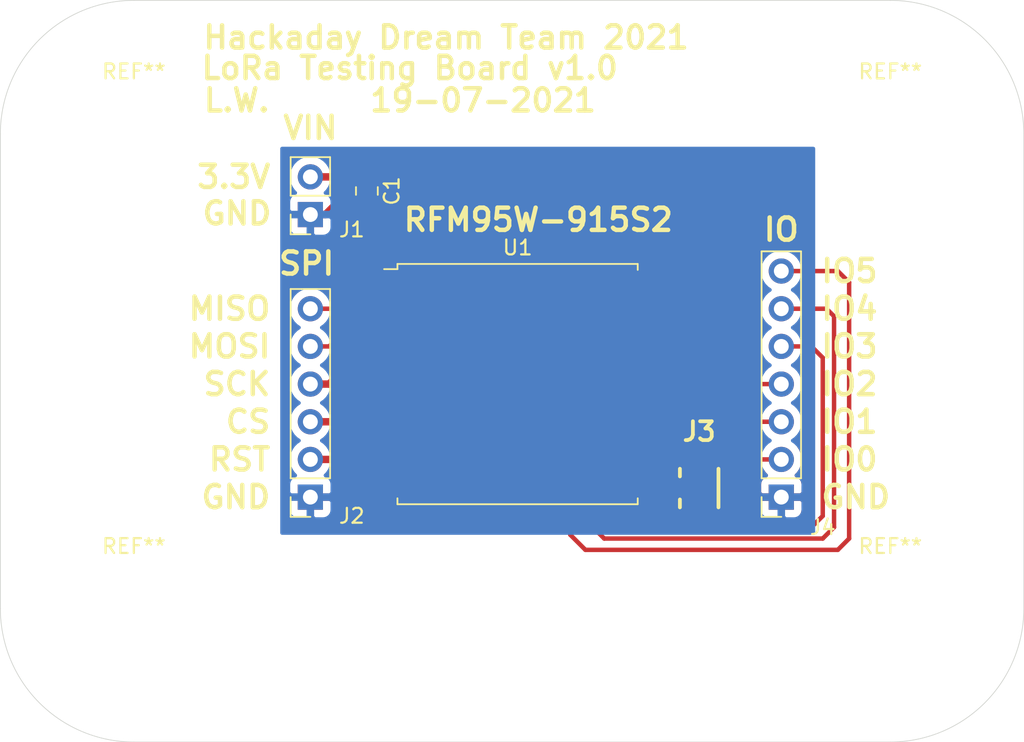
<source format=kicad_pcb>
(kicad_pcb (version 20171130) (host pcbnew "(5.1.10)-1")

  (general
    (thickness 1.6)
    (drawings 30)
    (tracks 89)
    (zones 0)
    (modules 10)
    (nets 15)
  )

  (page A4)
  (layers
    (0 F.Cu signal)
    (31 B.Cu signal)
    (32 B.Adhes user)
    (33 F.Adhes user)
    (34 B.Paste user)
    (35 F.Paste user)
    (36 B.SilkS user)
    (37 F.SilkS user)
    (38 B.Mask user)
    (39 F.Mask user)
    (40 Dwgs.User user)
    (41 Cmts.User user)
    (42 Eco1.User user)
    (43 Eco2.User user)
    (44 Edge.Cuts user)
    (45 Margin user)
    (46 B.CrtYd user hide)
    (47 F.CrtYd user)
    (48 B.Fab user)
    (49 F.Fab user hide)
  )

  (setup
    (last_trace_width 0.25)
    (user_trace_width 0.3)
    (user_trace_width 0.5)
    (trace_clearance 0.2)
    (zone_clearance 0.508)
    (zone_45_only no)
    (trace_min 0.2)
    (via_size 0.8)
    (via_drill 0.4)
    (via_min_size 0.4)
    (via_min_drill 0.3)
    (uvia_size 0.3)
    (uvia_drill 0.1)
    (uvias_allowed no)
    (uvia_min_size 0.2)
    (uvia_min_drill 0.1)
    (edge_width 0.05)
    (segment_width 0.2)
    (pcb_text_width 0.3)
    (pcb_text_size 1.5 1.5)
    (mod_edge_width 0.12)
    (mod_text_size 1 1)
    (mod_text_width 0.15)
    (pad_size 3.2 3.2)
    (pad_drill 3.2)
    (pad_to_mask_clearance 0)
    (aux_axis_origin 0 0)
    (visible_elements 7FFFFFFF)
    (pcbplotparams
      (layerselection 0x010fc_ffffffff)
      (usegerberextensions false)
      (usegerberattributes true)
      (usegerberadvancedattributes true)
      (creategerberjobfile true)
      (excludeedgelayer false)
      (linewidth 0.100000)
      (plotframeref false)
      (viasonmask false)
      (mode 1)
      (useauxorigin true)
      (hpglpennumber 1)
      (hpglpenspeed 20)
      (hpglpendiameter 15.000000)
      (psnegative false)
      (psa4output false)
      (plotreference true)
      (plotvalue true)
      (plotinvisibletext false)
      (padsonsilk true)
      (subtractmaskfromsilk false)
      (outputformat 1)
      (mirror false)
      (drillshape 0)
      (scaleselection 1)
      (outputdirectory "Gerber/"))
  )

  (net 0 "")
  (net 1 "Net-(C1-Pad1)")
  (net 2 GND1)
  (net 3 "Net-(J2-Pad2)")
  (net 4 "Net-(J2-Pad3)")
  (net 5 "Net-(J2-Pad4)")
  (net 6 "Net-(J2-Pad5)")
  (net 7 "Net-(J3-Pad3)")
  (net 8 "Net-(J4-Pad2)")
  (net 9 "Net-(J4-Pad3)")
  (net 10 "Net-(J4-Pad4)")
  (net 11 "Net-(J4-Pad5)")
  (net 12 "Net-(J4-Pad6)")
  (net 13 "Net-(J2-Pad6)")
  (net 14 "Net-(J4-Pad7)")

  (net_class Default "This is the default net class."
    (clearance 0.2)
    (trace_width 0.25)
    (via_dia 0.8)
    (via_drill 0.4)
    (uvia_dia 0.3)
    (uvia_drill 0.1)
    (add_net GND1)
    (add_net "Net-(C1-Pad1)")
    (add_net "Net-(J2-Pad2)")
    (add_net "Net-(J2-Pad3)")
    (add_net "Net-(J2-Pad4)")
    (add_net "Net-(J2-Pad5)")
    (add_net "Net-(J2-Pad6)")
    (add_net "Net-(J3-Pad3)")
    (add_net "Net-(J4-Pad2)")
    (add_net "Net-(J4-Pad3)")
    (add_net "Net-(J4-Pad4)")
    (add_net "Net-(J4-Pad5)")
    (add_net "Net-(J4-Pad6)")
    (add_net "Net-(J4-Pad7)")
  )

  (module MountingHole:MountingHole_3.2mm_M3 (layer F.Cu) (tedit 56D1B4CB) (tstamp 60F5D5C3)
    (at 77 86)
    (descr "Mounting Hole 3.2mm, no annular, M3")
    (tags "mounting hole 3.2mm no annular m3")
    (attr virtual)
    (fp_text reference REF** (at 0 -4.2) (layer F.SilkS)
      (effects (font (size 1 1) (thickness 0.15)))
    )
    (fp_text value MountingHole_3.2mm_M3 (at 0 4.2) (layer F.Fab)
      (effects (font (size 1 1) (thickness 0.15)))
    )
    (fp_circle (center 0 0) (end 3.45 0) (layer F.CrtYd) (width 0.05))
    (fp_circle (center 0 0) (end 3.2 0) (layer Cmts.User) (width 0.15))
    (fp_text user %R (at 0.3 0) (layer F.Fab)
      (effects (font (size 1 1) (thickness 0.15)))
    )
    (pad 1 np_thru_hole circle (at 0 0) (size 3.2 3.2) (drill 3.2) (layers *.Cu *.Mask))
  )

  (module MountingHole:MountingHole_3.2mm_M3 (layer F.Cu) (tedit 56D1B4CB) (tstamp 60F5D5B5)
    (at 128 86)
    (descr "Mounting Hole 3.2mm, no annular, M3")
    (tags "mounting hole 3.2mm no annular m3")
    (attr virtual)
    (fp_text reference REF** (at 0 -4.2) (layer F.SilkS)
      (effects (font (size 1 1) (thickness 0.15)))
    )
    (fp_text value MountingHole_3.2mm_M3 (at 0 4.2) (layer F.Fab)
      (effects (font (size 1 1) (thickness 0.15)))
    )
    (fp_circle (center 0 0) (end 3.2 0) (layer Cmts.User) (width 0.15))
    (fp_circle (center 0 0) (end 3.45 0) (layer F.CrtYd) (width 0.05))
    (fp_text user %R (at 0.3 0) (layer F.Fab)
      (effects (font (size 1 1) (thickness 0.15)))
    )
    (pad 1 np_thru_hole circle (at 0 0) (size 3.2 3.2) (drill 3.2) (layers *.Cu *.Mask))
  )

  (module MountingHole:MountingHole_3.2mm_M3 (layer F.Cu) (tedit 56D1B4CB) (tstamp 60F5D5A7)
    (at 128 118)
    (descr "Mounting Hole 3.2mm, no annular, M3")
    (tags "mounting hole 3.2mm no annular m3")
    (attr virtual)
    (fp_text reference REF** (at 0 -4.2) (layer F.SilkS)
      (effects (font (size 1 1) (thickness 0.15)))
    )
    (fp_text value MountingHole_3.2mm_M3 (at 0 4.2) (layer F.Fab)
      (effects (font (size 1 1) (thickness 0.15)))
    )
    (fp_circle (center 0 0) (end 3.45 0) (layer F.CrtYd) (width 0.05))
    (fp_circle (center 0 0) (end 3.2 0) (layer Cmts.User) (width 0.15))
    (fp_text user %R (at 0.3 0) (layer F.Fab)
      (effects (font (size 1 1) (thickness 0.15)))
    )
    (pad 1 np_thru_hole circle (at 0 0) (size 3.2 3.2) (drill 3.2) (layers *.Cu *.Mask))
  )

  (module MountingHole:MountingHole_3.2mm_M3 (layer F.Cu) (tedit 56D1B4CB) (tstamp 60F5D59E)
    (at 77 118)
    (descr "Mounting Hole 3.2mm, no annular, M3")
    (tags "mounting hole 3.2mm no annular m3")
    (attr virtual)
    (fp_text reference REF** (at 0 -4.2) (layer F.SilkS)
      (effects (font (size 1 1) (thickness 0.15)))
    )
    (fp_text value MountingHole_3.2mm_M3 (at 0 4.2) (layer F.Fab)
      (effects (font (size 1 1) (thickness 0.15)))
    )
    (fp_circle (center 0 0) (end 3.2 0) (layer Cmts.User) (width 0.15))
    (fp_circle (center 0 0) (end 3.45 0) (layer F.CrtYd) (width 0.05))
    (fp_text user %R (at 0.3 0) (layer F.Fab)
      (effects (font (size 1 1) (thickness 0.15)))
    )
    (pad 1 np_thru_hole circle (at 0 0) (size 3.2 3.2) (drill 3.2) (layers *.Cu *.Mask))
  )

  (module Capacitor_SMD:C_0805_2012Metric (layer F.Cu) (tedit 5F68FEEE) (tstamp 60F4B007)
    (at 92.71 89.85 270)
    (descr "Capacitor SMD 0805 (2012 Metric), square (rectangular) end terminal, IPC_7351 nominal, (Body size source: IPC-SM-782 page 76, https://www.pcb-3d.com/wordpress/wp-content/uploads/ipc-sm-782a_amendment_1_and_2.pdf, https://docs.google.com/spreadsheets/d/1BsfQQcO9C6DZCsRaXUlFlo91Tg2WpOkGARC1WS5S8t0/edit?usp=sharing), generated with kicad-footprint-generator")
    (tags capacitor)
    (path /60F514A5)
    (attr smd)
    (fp_text reference C1 (at 0 -1.68 90) (layer F.SilkS)
      (effects (font (size 1 1) (thickness 0.15)))
    )
    (fp_text value C-10uF-0805 (at 0 1.68 90) (layer F.Fab)
      (effects (font (size 1 1) (thickness 0.15)))
    )
    (fp_line (start -1 0.625) (end -1 -0.625) (layer F.Fab) (width 0.1))
    (fp_line (start -1 -0.625) (end 1 -0.625) (layer F.Fab) (width 0.1))
    (fp_line (start 1 -0.625) (end 1 0.625) (layer F.Fab) (width 0.1))
    (fp_line (start 1 0.625) (end -1 0.625) (layer F.Fab) (width 0.1))
    (fp_line (start -0.261252 -0.735) (end 0.261252 -0.735) (layer F.SilkS) (width 0.12))
    (fp_line (start -0.261252 0.735) (end 0.261252 0.735) (layer F.SilkS) (width 0.12))
    (fp_line (start -1.7 0.98) (end -1.7 -0.98) (layer F.CrtYd) (width 0.05))
    (fp_line (start -1.7 -0.98) (end 1.7 -0.98) (layer F.CrtYd) (width 0.05))
    (fp_line (start 1.7 -0.98) (end 1.7 0.98) (layer F.CrtYd) (width 0.05))
    (fp_line (start 1.7 0.98) (end -1.7 0.98) (layer F.CrtYd) (width 0.05))
    (fp_text user %R (at 0 0 90) (layer F.Fab)
      (effects (font (size 0.5 0.5) (thickness 0.08)))
    )
    (pad 1 smd roundrect (at -0.95 0 270) (size 1 1.45) (layers F.Cu F.Paste F.Mask) (roundrect_rratio 0.25)
      (net 1 "Net-(C1-Pad1)"))
    (pad 2 smd roundrect (at 0.95 0 270) (size 1 1.45) (layers F.Cu F.Paste F.Mask) (roundrect_rratio 0.25)
      (net 2 GND1))
    (model ${KISYS3DMOD}/Capacitor_SMD.3dshapes/C_0805_2012Metric.wrl
      (at (xyz 0 0 0))
      (scale (xyz 1 1 1))
      (rotate (xyz 0 0 0))
    )
  )

  (module Connector_PinSocket_2.54mm:PinSocket_1x02_P2.54mm_Vertical (layer F.Cu) (tedit 5A19A420) (tstamp 60F4B01D)
    (at 88.9 91.44 180)
    (descr "Through hole straight socket strip, 1x02, 2.54mm pitch, single row (from Kicad 4.0.7), script generated")
    (tags "Through hole socket strip THT 1x02 2.54mm single row")
    (path /60F44B42)
    (fp_text reference J1 (at -2.794 -1.016) (layer F.SilkS)
      (effects (font (size 1 1) (thickness 0.15)))
    )
    (fp_text value Conn_01x02_Male (at 0 5.31) (layer F.Fab)
      (effects (font (size 1 1) (thickness 0.15)))
    )
    (fp_line (start -1.27 -1.27) (end 0.635 -1.27) (layer F.Fab) (width 0.1))
    (fp_line (start 0.635 -1.27) (end 1.27 -0.635) (layer F.Fab) (width 0.1))
    (fp_line (start 1.27 -0.635) (end 1.27 3.81) (layer F.Fab) (width 0.1))
    (fp_line (start 1.27 3.81) (end -1.27 3.81) (layer F.Fab) (width 0.1))
    (fp_line (start -1.27 3.81) (end -1.27 -1.27) (layer F.Fab) (width 0.1))
    (fp_line (start -1.33 1.27) (end 1.33 1.27) (layer F.SilkS) (width 0.12))
    (fp_line (start -1.33 1.27) (end -1.33 3.87) (layer F.SilkS) (width 0.12))
    (fp_line (start -1.33 3.87) (end 1.33 3.87) (layer F.SilkS) (width 0.12))
    (fp_line (start 1.33 1.27) (end 1.33 3.87) (layer F.SilkS) (width 0.12))
    (fp_line (start 1.33 -1.33) (end 1.33 0) (layer F.SilkS) (width 0.12))
    (fp_line (start 0 -1.33) (end 1.33 -1.33) (layer F.SilkS) (width 0.12))
    (fp_line (start -1.8 -1.8) (end 1.75 -1.8) (layer F.CrtYd) (width 0.05))
    (fp_line (start 1.75 -1.8) (end 1.75 4.3) (layer F.CrtYd) (width 0.05))
    (fp_line (start 1.75 4.3) (end -1.8 4.3) (layer F.CrtYd) (width 0.05))
    (fp_line (start -1.8 4.3) (end -1.8 -1.8) (layer F.CrtYd) (width 0.05))
    (fp_text user %R (at 0 1.27 90) (layer F.Fab)
      (effects (font (size 1 1) (thickness 0.15)))
    )
    (pad 1 thru_hole rect (at 0 0 180) (size 1.7 1.7) (drill 1) (layers *.Cu *.Mask)
      (net 2 GND1))
    (pad 2 thru_hole oval (at 0 2.54 180) (size 1.7 1.7) (drill 1) (layers *.Cu *.Mask)
      (net 1 "Net-(C1-Pad1)"))
    (model ${KISYS3DMOD}/Connector_PinSocket_2.54mm.3dshapes/PinSocket_1x02_P2.54mm_Vertical.wrl
      (at (xyz 0 0 0))
      (scale (xyz 1 1 1))
      (rotate (xyz 0 0 0))
    )
  )

  (module Connector_PinSocket_2.54mm:PinSocket_1x06_P2.54mm_Vertical (layer F.Cu) (tedit 5A19A430) (tstamp 60F4B037)
    (at 88.9 110.49 180)
    (descr "Through hole straight socket strip, 1x06, 2.54mm pitch, single row (from Kicad 4.0.7), script generated")
    (tags "Through hole socket strip THT 1x06 2.54mm single row")
    (path /60F3E586)
    (fp_text reference J2 (at -2.794 -1.27) (layer F.SilkS)
      (effects (font (size 1 1) (thickness 0.15)))
    )
    (fp_text value Conn_01x06_Male (at 0 15.47) (layer F.Fab)
      (effects (font (size 1 1) (thickness 0.15)))
    )
    (fp_line (start -1.27 -1.27) (end 0.635 -1.27) (layer F.Fab) (width 0.1))
    (fp_line (start 0.635 -1.27) (end 1.27 -0.635) (layer F.Fab) (width 0.1))
    (fp_line (start 1.27 -0.635) (end 1.27 13.97) (layer F.Fab) (width 0.1))
    (fp_line (start 1.27 13.97) (end -1.27 13.97) (layer F.Fab) (width 0.1))
    (fp_line (start -1.27 13.97) (end -1.27 -1.27) (layer F.Fab) (width 0.1))
    (fp_line (start -1.33 1.27) (end 1.33 1.27) (layer F.SilkS) (width 0.12))
    (fp_line (start -1.33 1.27) (end -1.33 14.03) (layer F.SilkS) (width 0.12))
    (fp_line (start -1.33 14.03) (end 1.33 14.03) (layer F.SilkS) (width 0.12))
    (fp_line (start 1.33 1.27) (end 1.33 14.03) (layer F.SilkS) (width 0.12))
    (fp_line (start 1.33 -1.33) (end 1.33 0) (layer F.SilkS) (width 0.12))
    (fp_line (start 0 -1.33) (end 1.33 -1.33) (layer F.SilkS) (width 0.12))
    (fp_line (start -1.8 -1.8) (end 1.75 -1.8) (layer F.CrtYd) (width 0.05))
    (fp_line (start 1.75 -1.8) (end 1.75 14.45) (layer F.CrtYd) (width 0.05))
    (fp_line (start 1.75 14.45) (end -1.8 14.45) (layer F.CrtYd) (width 0.05))
    (fp_line (start -1.8 14.45) (end -1.8 -1.8) (layer F.CrtYd) (width 0.05))
    (fp_text user %R (at 0 6.35 90) (layer F.Fab)
      (effects (font (size 1 1) (thickness 0.15)))
    )
    (pad 1 thru_hole rect (at 0 0 180) (size 1.7 1.7) (drill 1) (layers *.Cu *.Mask)
      (net 2 GND1))
    (pad 2 thru_hole oval (at 0 2.54 180) (size 1.7 1.7) (drill 1) (layers *.Cu *.Mask)
      (net 3 "Net-(J2-Pad2)"))
    (pad 3 thru_hole oval (at 0 5.08 180) (size 1.7 1.7) (drill 1) (layers *.Cu *.Mask)
      (net 4 "Net-(J2-Pad3)"))
    (pad 4 thru_hole oval (at 0 7.62 180) (size 1.7 1.7) (drill 1) (layers *.Cu *.Mask)
      (net 5 "Net-(J2-Pad4)"))
    (pad 5 thru_hole oval (at 0 10.16 180) (size 1.7 1.7) (drill 1) (layers *.Cu *.Mask)
      (net 6 "Net-(J2-Pad5)"))
    (pad 6 thru_hole oval (at 0 12.7 180) (size 1.7 1.7) (drill 1) (layers *.Cu *.Mask)
      (net 13 "Net-(J2-Pad6)"))
    (model ${KISYS3DMOD}/Connector_PinSocket_2.54mm.3dshapes/PinSocket_1x06_P2.54mm_Vertical.wrl
      (at (xyz 0 0 0))
      (scale (xyz 1 1 1))
      (rotate (xyz 0 0 0))
    )
  )

  (module "U.FL-R-SMT-1(10):U.FL-R-SMT-1_10_" (layer F.Cu) (tedit 60F4785D) (tstamp 60F4B046)
    (at 115.1138 109.8804 90)
    (descr "U.FL-R-SMT-1(10)")
    (tags Connector)
    (path /60F52CF6)
    (attr smd)
    (fp_text reference J3 (at 3.81 0) (layer F.SilkS)
      (effects (font (size 1.27 1.27) (thickness 0.254)))
    )
    (fp_text value U.FL-R-SMT-1_10_ (at 1.27 3.81 90) (layer F.SilkS) hide
      (effects (font (size 1.27 1.27) (thickness 0.254)))
    )
    (fp_line (start -1.3 -1.3) (end 1.3 -1.3) (layer F.Fab) (width 0.254))
    (fp_line (start 1.3 -1.3) (end 1.3 1.3) (layer F.Fab) (width 0.254))
    (fp_line (start 1.3 1.3) (end -1.3 1.3) (layer F.Fab) (width 0.254))
    (fp_line (start -1.3 1.3) (end -1.3 -1.3) (layer F.Fab) (width 0.254))
    (fp_line (start -1.3 1.3) (end 1.3 1.3) (layer F.SilkS) (width 0.254))
    (fp_line (start 1.3 -1.3) (end 0.788 -1.3) (layer F.SilkS) (width 0.254))
    (fp_line (start -1.3 -1.3) (end -0.76967 -1.3) (layer F.SilkS) (width 0.254))
    (fp_text user %R (at -0.34467 -3.81 90) (layer F.Fab)
      (effects (font (size 1.27 1.27) (thickness 0.254)))
    )
    (pad 3 smd rect (at 0 -1.525 180) (size 1.05 1.05) (layers F.Cu F.Paste F.Mask)
      (net 7 "Net-(J3-Pad3)"))
    (pad 2 smd rect (at 1.475 0 90) (size 1.05 2.2) (layers F.Cu F.Paste F.Mask)
      (net 2 GND1))
    (pad 1 smd rect (at -1.475 0 90) (size 1.05 2.2) (layers F.Cu F.Paste F.Mask)
      (net 2 GND1))
    (model ${KIPRJMOD}/3D/U.FL-R-SMT-1_10_.stp
      (at (xyz 0 0 0))
      (scale (xyz 1 1 1))
      (rotate (xyz 0 0 0))
    )
  )

  (module Connector_PinSocket_2.54mm:PinSocket_1x07_P2.54mm_Vertical (layer F.Cu) (tedit 5A19A433) (tstamp 60F4B061)
    (at 120.65 110.49 180)
    (descr "Through hole straight socket strip, 1x07, 2.54mm pitch, single row (from Kicad 4.0.7), script generated")
    (tags "Through hole socket strip THT 1x07 2.54mm single row")
    (path /60F51643)
    (fp_text reference J4 (at -2.794 -2.032) (layer F.SilkS)
      (effects (font (size 1 1) (thickness 0.15)))
    )
    (fp_text value Conn_01x07_Male (at 0 18.01) (layer F.Fab)
      (effects (font (size 1 1) (thickness 0.15)))
    )
    (fp_line (start -1.27 -1.27) (end 0.635 -1.27) (layer F.Fab) (width 0.1))
    (fp_line (start 0.635 -1.27) (end 1.27 -0.635) (layer F.Fab) (width 0.1))
    (fp_line (start 1.27 -0.635) (end 1.27 16.51) (layer F.Fab) (width 0.1))
    (fp_line (start 1.27 16.51) (end -1.27 16.51) (layer F.Fab) (width 0.1))
    (fp_line (start -1.27 16.51) (end -1.27 -1.27) (layer F.Fab) (width 0.1))
    (fp_line (start -1.33 1.27) (end 1.33 1.27) (layer F.SilkS) (width 0.12))
    (fp_line (start -1.33 1.27) (end -1.33 16.57) (layer F.SilkS) (width 0.12))
    (fp_line (start -1.33 16.57) (end 1.33 16.57) (layer F.SilkS) (width 0.12))
    (fp_line (start 1.33 1.27) (end 1.33 16.57) (layer F.SilkS) (width 0.12))
    (fp_line (start 1.33 -1.33) (end 1.33 0) (layer F.SilkS) (width 0.12))
    (fp_line (start 0 -1.33) (end 1.33 -1.33) (layer F.SilkS) (width 0.12))
    (fp_line (start -1.8 -1.8) (end 1.75 -1.8) (layer F.CrtYd) (width 0.05))
    (fp_line (start 1.75 -1.8) (end 1.75 17) (layer F.CrtYd) (width 0.05))
    (fp_line (start 1.75 17) (end -1.8 17) (layer F.CrtYd) (width 0.05))
    (fp_line (start -1.8 17) (end -1.8 -1.8) (layer F.CrtYd) (width 0.05))
    (fp_text user %R (at 0 7.62 90) (layer F.Fab)
      (effects (font (size 1 1) (thickness 0.15)))
    )
    (pad 1 thru_hole rect (at 0 0 180) (size 1.7 1.7) (drill 1) (layers *.Cu *.Mask)
      (net 2 GND1))
    (pad 2 thru_hole oval (at 0 2.54 180) (size 1.7 1.7) (drill 1) (layers *.Cu *.Mask)
      (net 8 "Net-(J4-Pad2)"))
    (pad 3 thru_hole oval (at 0 5.08 180) (size 1.7 1.7) (drill 1) (layers *.Cu *.Mask)
      (net 9 "Net-(J4-Pad3)"))
    (pad 4 thru_hole oval (at 0 7.62 180) (size 1.7 1.7) (drill 1) (layers *.Cu *.Mask)
      (net 10 "Net-(J4-Pad4)"))
    (pad 5 thru_hole oval (at 0 10.16 180) (size 1.7 1.7) (drill 1) (layers *.Cu *.Mask)
      (net 11 "Net-(J4-Pad5)"))
    (pad 6 thru_hole oval (at 0 12.7 180) (size 1.7 1.7) (drill 1) (layers *.Cu *.Mask)
      (net 12 "Net-(J4-Pad6)"))
    (pad 7 thru_hole oval (at 0 15.24 180) (size 1.7 1.7) (drill 1) (layers *.Cu *.Mask)
      (net 14 "Net-(J4-Pad7)"))
    (model ${KISYS3DMOD}/Connector_PinSocket_2.54mm.3dshapes/PinSocket_1x07_P2.54mm_Vertical.wrl
      (at (xyz 0 0 0))
      (scale (xyz 1 1 1))
      (rotate (xyz 0 0 0))
    )
  )

  (module RF_Module:HOPERF_RFM9XW_SMD (layer F.Cu) (tedit 5C227243) (tstamp 60F4B086)
    (at 102.87 102.87)
    (descr "Low Power Long Range Transceiver Module SMD-16 (https://www.hoperf.com/data/upload/portal/20181127/5bfcbea20e9ef.pdf)")
    (tags "LoRa Low Power Long Range Transceiver Module")
    (path /60F3A12A)
    (attr smd)
    (fp_text reference U1 (at 0 -9.2) (layer F.SilkS)
      (effects (font (size 1 1) (thickness 0.15)))
    )
    (fp_text value RFM95W-915S2 (at 0 9.5) (layer F.Fab)
      (effects (font (size 1 1) (thickness 0.15)))
    )
    (fp_line (start -7 -8) (end 8 -8) (layer F.Fab) (width 0.1))
    (fp_line (start 8 8) (end 8 -8) (layer F.Fab) (width 0.1))
    (fp_line (start -8 8) (end 8 8) (layer F.Fab) (width 0.1))
    (fp_line (start -8 8) (end -8 -7) (layer F.Fab) (width 0.1))
    (fp_line (start -9.25 -8.25) (end 9.25 -8.25) (layer F.CrtYd) (width 0.05))
    (fp_line (start 9.25 -8.25) (end 9.25 8.25) (layer F.CrtYd) (width 0.05))
    (fp_line (start -9.25 8.25) (end 9.25 8.25) (layer F.CrtYd) (width 0.05))
    (fp_line (start -9.25 8.25) (end -9.25 -8.25) (layer F.CrtYd) (width 0.05))
    (fp_line (start -8.1 -8.1) (end 8.1 -8.1) (layer F.SilkS) (width 0.12))
    (fp_line (start 8.1 -8.1) (end 8.1 -7.7) (layer F.SilkS) (width 0.12))
    (fp_line (start -8.1 7.7) (end -8.1 8.1) (layer F.SilkS) (width 0.12))
    (fp_line (start -8.1 8.1) (end 8.1 8.1) (layer F.SilkS) (width 0.12))
    (fp_line (start 8.1 8.1) (end 8.1 7.7) (layer F.SilkS) (width 0.12))
    (fp_line (start -8.1 -8.1) (end -8.1 -7.75) (layer F.SilkS) (width 0.12))
    (fp_line (start -8.1 -7.75) (end -9 -7.75) (layer F.SilkS) (width 0.12))
    (fp_line (start -7 -8) (end -8 -7) (layer F.Fab) (width 0.1))
    (fp_text user %R (at 0 0) (layer F.Fab)
      (effects (font (size 1 1) (thickness 0.15)))
    )
    (pad 1 smd rect (at -8 -7) (size 2 1) (layers F.Cu F.Paste F.Mask)
      (net 2 GND1))
    (pad 2 smd rect (at -8 -5) (size 2 1) (layers F.Cu F.Paste F.Mask)
      (net 13 "Net-(J2-Pad6)"))
    (pad 3 smd rect (at -8 -3) (size 2 1) (layers F.Cu F.Paste F.Mask)
      (net 6 "Net-(J2-Pad5)"))
    (pad 4 smd rect (at -8 -1) (size 2 1) (layers F.Cu F.Paste F.Mask)
      (net 5 "Net-(J2-Pad4)"))
    (pad 5 smd rect (at -8 1) (size 2 1) (layers F.Cu F.Paste F.Mask)
      (net 4 "Net-(J2-Pad3)"))
    (pad 6 smd rect (at -8 3) (size 2 1) (layers F.Cu F.Paste F.Mask)
      (net 3 "Net-(J2-Pad2)"))
    (pad 7 smd rect (at -8 5) (size 2 1) (layers F.Cu F.Paste F.Mask)
      (net 14 "Net-(J4-Pad7)"))
    (pad 8 smd rect (at -8 7) (size 2 1) (layers F.Cu F.Paste F.Mask)
      (net 2 GND1))
    (pad 9 smd rect (at 8 7) (size 2 1) (layers F.Cu F.Paste F.Mask)
      (net 7 "Net-(J3-Pad3)"))
    (pad 10 smd rect (at 8 5) (size 2 1) (layers F.Cu F.Paste F.Mask)
      (net 2 GND1))
    (pad 11 smd rect (at 8 3) (size 2 1) (layers F.Cu F.Paste F.Mask)
      (net 11 "Net-(J4-Pad5)"))
    (pad 12 smd rect (at 8 1) (size 2 1) (layers F.Cu F.Paste F.Mask)
      (net 12 "Net-(J4-Pad6)"))
    (pad 13 smd rect (at 8 -1) (size 2 1) (layers F.Cu F.Paste F.Mask)
      (net 1 "Net-(C1-Pad1)"))
    (pad 14 smd rect (at 8 -3) (size 2 1) (layers F.Cu F.Paste F.Mask)
      (net 8 "Net-(J4-Pad2)"))
    (pad 15 smd rect (at 8 -5) (size 2 1) (layers F.Cu F.Paste F.Mask)
      (net 9 "Net-(J4-Pad3)"))
    (pad 16 smd rect (at 8 -7) (size 2 1) (layers F.Cu F.Paste F.Mask)
      (net 10 "Net-(J4-Pad4)"))
    (model ${KISYS3DMOD}/RF_Module.3dshapes/HOPERF_RFM9XW_SMD.wrl
      (at (xyz 0 0 0))
      (scale (xyz 1 1 1))
      (rotate (xyz 0 0 0))
    )
    (model "${KIPRJMOD}/3D/RFM95 LoRa v15.step"
      (offset (xyz 8 -8 0))
      (scale (xyz 1 1 1))
      (rotate (xyz 90 180 0))
    )
  )

  (gr_arc (start 128 118) (end 128 127) (angle -90) (layer Edge.Cuts) (width 0.05) (tstamp 60F5E14C))
  (gr_arc (start 77 118) (end 68 118) (angle -90) (layer Edge.Cuts) (width 0.05) (tstamp 60F5E125))
  (gr_arc (start 128 86) (end 137 86) (angle -90) (layer Edge.Cuts) (width 0.05) (tstamp 60F5E100))
  (gr_arc (start 77 86) (end 77 77) (angle -90) (layer Edge.Cuts) (width 0.05))
  (gr_text "LoRa Testing Board v1.0" (at 81.407 81.5594) (layer F.SilkS) (tstamp 60F5DB9F)
    (effects (font (size 1.5 1.5) (thickness 0.3)) (justify left))
  )
  (gr_text "L.W.      19-07-2021" (at 81.5594 83.7438) (layer F.SilkS) (tstamp 60F5DB5B)
    (effects (font (size 1.5 1.5) (thickness 0.3)) (justify left))
  )
  (gr_text "Hackaday Dream Team 2021" (at 81.534 79.502) (layer F.SilkS) (tstamp 60F5DB2F)
    (effects (font (size 1.5 1.5) (thickness 0.3)) (justify left))
  )
  (gr_line (start 128 77) (end 77 77) (layer Edge.Cuts) (width 0.05) (tstamp 60F4C0AF))
  (gr_line (start 137 118) (end 137 86) (layer Edge.Cuts) (width 0.05) (tstamp 60F4C0AE))
  (gr_line (start 77 127) (end 128 127) (layer Edge.Cuts) (width 0.05) (tstamp 60F4C0AD))
  (gr_line (start 68 86) (end 68 118) (layer Edge.Cuts) (width 0.05) (tstamp 60F4C0AC))
  (gr_text MOSI (at 86.36 100.33) (layer F.SilkS)
    (effects (font (size 1.5 1.5) (thickness 0.3)) (justify right))
  )
  (gr_text RFM95W-915S2 (at 104.267 91.7956) (layer F.SilkS)
    (effects (font (size 1.5 1.5) (thickness 0.3)))
  )
  (gr_text IO (at 120.65 92.456) (layer F.SilkS)
    (effects (font (size 1.5 1.5) (thickness 0.3)))
  )
  (gr_text SPI (at 88.646 94.742) (layer F.SilkS)
    (effects (font (size 1.5 1.5) (thickness 0.3)))
  )
  (gr_text VIN (at 88.9 85.598) (layer F.SilkS)
    (effects (font (size 1.5 1.5) (thickness 0.3)))
  )
  (gr_text GND (at 123.19 110.49) (layer F.SilkS)
    (effects (font (size 1.5 1.5) (thickness 0.3)) (justify left))
  )
  (gr_text IO0 (at 123.19 107.95) (layer F.SilkS)
    (effects (font (size 1.5 1.5) (thickness 0.3)) (justify left))
  )
  (gr_text IO1 (at 123.19 105.41) (layer F.SilkS)
    (effects (font (size 1.5 1.5) (thickness 0.3)) (justify left))
  )
  (gr_text IO2 (at 123.19 102.87) (layer F.SilkS)
    (effects (font (size 1.5 1.5) (thickness 0.3)) (justify left))
  )
  (gr_text IO3 (at 123.19 100.33) (layer F.SilkS)
    (effects (font (size 1.5 1.5) (thickness 0.3)) (justify left))
  )
  (gr_text IO4 (at 123.19 97.79) (layer F.SilkS)
    (effects (font (size 1.5 1.5) (thickness 0.3)) (justify left))
  )
  (gr_text IO5 (at 123.19 95.25) (layer F.SilkS)
    (effects (font (size 1.5 1.5) (thickness 0.3)) (justify left))
  )
  (gr_text GND (at 86.36 110.49) (layer F.SilkS)
    (effects (font (size 1.5 1.5) (thickness 0.3)) (justify right))
  )
  (gr_text RST (at 86.36 107.95) (layer F.SilkS)
    (effects (font (size 1.5 1.5) (thickness 0.3)) (justify right))
  )
  (gr_text CS (at 86.36 105.41) (layer F.SilkS)
    (effects (font (size 1.5 1.5) (thickness 0.3)) (justify right))
  )
  (gr_text SCK (at 86.36 102.87) (layer F.SilkS)
    (effects (font (size 1.5 1.5) (thickness 0.3)) (justify right))
  )
  (gr_text MISO (at 86.36 97.79) (layer F.SilkS)
    (effects (font (size 1.5 1.5) (thickness 0.3)) (justify right))
  )
  (gr_text GND (at 86.4362 91.3638) (layer F.SilkS)
    (effects (font (size 1.5 1.5) (thickness 0.3)) (justify right))
  )
  (gr_text 3.3V (at 86.36 88.9) (layer F.SilkS)
    (effects (font (size 1.5 1.5) (thickness 0.3)) (justify right))
  )

  (segment (start 88.9 88.9) (end 92.71 88.9) (width 0.5) (layer F.Cu) (net 1))
  (segment (start 92.71 88.9) (end 104.648 88.9) (width 0.5) (layer F.Cu) (net 1))
  (segment (start 104.648 88.9) (end 105.918 90.17) (width 0.5) (layer F.Cu) (net 1))
  (segment (start 105.918 90.17) (end 105.918 100.584) (width 0.5) (layer F.Cu) (net 1))
  (segment (start 107.204 101.87) (end 110.87 101.87) (width 0.5) (layer F.Cu) (net 1))
  (segment (start 105.918 100.584) (end 107.204 101.87) (width 0.5) (layer F.Cu) (net 1))
  (segment (start 88.9 91.44) (end 89.916 91.44) (width 0.5) (layer F.Cu) (net 2))
  (segment (start 90.556 90.8) (end 92.71 90.8) (width 0.5) (layer F.Cu) (net 2))
  (segment (start 89.916 91.44) (end 90.556 90.8) (width 0.5) (layer F.Cu) (net 2))
  (segment (start 94.87 95.87) (end 97.678 95.87) (width 0.5) (layer F.Cu) (net 2))
  (segment (start 97.678 95.87) (end 98.552 94.996) (width 0.5) (layer F.Cu) (net 2))
  (segment (start 98.552 94.996) (end 98.552 91.694) (width 0.5) (layer F.Cu) (net 2))
  (segment (start 97.658 90.8) (end 96.134 90.8) (width 0.5) (layer F.Cu) (net 2))
  (segment (start 96.134 90.8) (end 96.642 90.8) (width 0.5) (layer F.Cu) (net 2))
  (segment (start 98.552 91.694) (end 97.658 90.8) (width 0.5) (layer F.Cu) (net 2))
  (segment (start 92.71 90.8) (end 96.134 90.8) (width 0.5) (layer F.Cu) (net 2))
  (segment (start 88.9 110.49) (end 92.456 110.49) (width 0.5) (layer F.Cu) (net 2))
  (segment (start 93.076 109.87) (end 94.87 109.87) (width 0.5) (layer F.Cu) (net 2))
  (segment (start 92.456 110.49) (end 93.076 109.87) (width 0.5) (layer F.Cu) (net 2))
  (segment (start 88.9 107.95) (end 90.932 107.95) (width 0.5) (layer F.Cu) (net 3))
  (segment (start 90.932 107.95) (end 91.44 107.442) (width 0.5) (layer F.Cu) (net 3))
  (segment (start 91.44 107.442) (end 91.44 106.172) (width 0.5) (layer F.Cu) (net 3))
  (segment (start 91.742 105.87) (end 94.87 105.87) (width 0.5) (layer F.Cu) (net 3))
  (segment (start 91.44 106.172) (end 91.742 105.87) (width 0.5) (layer F.Cu) (net 3))
  (segment (start 88.9 105.41) (end 90.678 105.41) (width 0.5) (layer F.Cu) (net 4))
  (segment (start 90.678 105.41) (end 91.186 104.902) (width 0.5) (layer F.Cu) (net 4))
  (segment (start 91.186 104.902) (end 91.186 104.14) (width 0.5) (layer F.Cu) (net 4))
  (segment (start 91.456 103.87) (end 94.87 103.87) (width 0.5) (layer F.Cu) (net 4))
  (segment (start 91.186 104.14) (end 91.456 103.87) (width 0.5) (layer F.Cu) (net 4))
  (segment (start 88.9 102.87) (end 90.17 102.87) (width 0.5) (layer F.Cu) (net 5))
  (segment (start 90.17 102.87) (end 90.424 102.616) (width 0.5) (layer F.Cu) (net 5))
  (segment (start 90.424 102.616) (end 90.424 102.108) (width 0.5) (layer F.Cu) (net 5))
  (segment (start 90.662 101.87) (end 94.87 101.87) (width 0.5) (layer F.Cu) (net 5))
  (segment (start 90.424 102.108) (end 90.662 101.87) (width 0.5) (layer F.Cu) (net 5))
  (segment (start 88.9 100.33) (end 90.17 100.33) (width 0.3) (layer F.Cu) (net 6))
  (segment (start 90.63 99.87) (end 94.87 99.87) (width 0.3) (layer F.Cu) (net 6))
  (segment (start 90.17 100.33) (end 90.63 99.87) (width 0.3) (layer F.Cu) (net 6))
  (segment (start 113.5784 109.87) (end 113.5888 109.8804) (width 0.5) (layer F.Cu) (net 7))
  (segment (start 110.87 109.87) (end 113.5784 109.87) (width 0.5) (layer F.Cu) (net 7))
  (segment (start 110.87 99.87) (end 114.094 99.87) (width 0.3) (layer F.Cu) (net 8))
  (segment (start 114.094 99.87) (end 114.554 100.33) (width 0.3) (layer F.Cu) (net 8))
  (segment (start 114.554 100.33) (end 114.554 105.918) (width 0.3) (layer F.Cu) (net 8))
  (segment (start 114.554 105.918) (end 115.062 106.426) (width 0.3) (layer F.Cu) (net 8))
  (segment (start 115.062 106.426) (end 116.84 106.426) (width 0.3) (layer F.Cu) (net 8))
  (segment (start 116.84 106.426) (end 117.094 106.68) (width 0.3) (layer F.Cu) (net 8))
  (segment (start 117.094 106.68) (end 117.094 107.696) (width 0.3) (layer F.Cu) (net 8))
  (segment (start 117.348 107.95) (end 120.65 107.95) (width 0.3) (layer F.Cu) (net 8))
  (segment (start 117.094 107.696) (end 117.348 107.95) (width 0.3) (layer F.Cu) (net 8))
  (segment (start 110.87 97.87) (end 115.65 97.87) (width 0.3) (layer F.Cu) (net 9))
  (segment (start 115.65 97.87) (end 116.332 98.552) (width 0.3) (layer F.Cu) (net 9))
  (segment (start 116.332 98.552) (end 116.332 104.648) (width 0.3) (layer F.Cu) (net 9))
  (segment (start 117.094 105.41) (end 120.65 105.41) (width 0.3) (layer F.Cu) (net 9))
  (segment (start 116.332 104.648) (end 117.094 105.41) (width 0.3) (layer F.Cu) (net 9))
  (segment (start 110.87 95.87) (end 117.46 95.87) (width 0.3) (layer F.Cu) (net 10))
  (segment (start 117.46 95.87) (end 118.11 96.52) (width 0.3) (layer F.Cu) (net 10))
  (segment (start 118.11 96.52) (end 118.11 102.362) (width 0.3) (layer F.Cu) (net 10))
  (segment (start 118.618 102.87) (end 120.65 102.87) (width 0.3) (layer F.Cu) (net 10))
  (segment (start 118.11 102.362) (end 118.618 102.87) (width 0.3) (layer F.Cu) (net 10))
  (segment (start 110.87 105.87) (end 109.014 105.87) (width 0.3) (layer F.Cu) (net 11))
  (segment (start 109.014 105.87) (end 108.458 106.426) (width 0.3) (layer F.Cu) (net 11))
  (segment (start 108.458 106.426) (end 108.458 111.76) (width 0.3) (layer F.Cu) (net 11))
  (segment (start 108.458 111.76) (end 109.22 112.522) (width 0.3) (layer F.Cu) (net 11))
  (segment (start 109.22 112.522) (end 122.682 112.522) (width 0.3) (layer F.Cu) (net 11))
  (segment (start 122.682 112.522) (end 123.444 111.76) (width 0.3) (layer F.Cu) (net 11))
  (segment (start 123.444 111.76) (end 123.444 101.092) (width 0.3) (layer F.Cu) (net 11))
  (segment (start 122.682 100.33) (end 120.65 100.33) (width 0.3) (layer F.Cu) (net 11))
  (segment (start 123.444 101.092) (end 122.682 100.33) (width 0.3) (layer F.Cu) (net 11))
  (segment (start 110.87 103.87) (end 108.728 103.87) (width 0.3) (layer F.Cu) (net 12))
  (segment (start 108.728 103.87) (end 108.712 103.886) (width 0.3) (layer F.Cu) (net 12))
  (segment (start 108.712 103.886) (end 108.204 103.886) (width 0.3) (layer F.Cu) (net 12))
  (segment (start 108.204 103.886) (end 107.442 104.648) (width 0.3) (layer F.Cu) (net 12))
  (segment (start 107.442 104.648) (end 107.442 112.014) (width 0.3) (layer F.Cu) (net 12))
  (segment (start 107.442 112.014) (end 108.712 113.284) (width 0.3) (layer F.Cu) (net 12))
  (segment (start 108.712 113.284) (end 123.444 113.284) (width 0.3) (layer F.Cu) (net 12))
  (segment (start 123.444 113.284) (end 124.206 112.522) (width 0.3) (layer F.Cu) (net 12))
  (segment (start 124.206 112.522) (end 124.206 98.298) (width 0.3) (layer F.Cu) (net 12))
  (segment (start 123.698 97.79) (end 120.65 97.79) (width 0.3) (layer F.Cu) (net 12))
  (segment (start 124.206 98.298) (end 123.698 97.79) (width 0.3) (layer F.Cu) (net 12))
  (segment (start 94.79 97.79) (end 94.87 97.87) (width 0.5) (layer F.Cu) (net 13))
  (segment (start 88.9 97.79) (end 94.79 97.79) (width 0.3) (layer F.Cu) (net 13))
  (segment (start 125.222 96.012) (end 124.46 95.25) (width 0.3) (layer F.Cu) (net 14))
  (segment (start 125.222 113.284) (end 125.222 96.012) (width 0.3) (layer F.Cu) (net 14))
  (segment (start 124.46 114.046) (end 125.222 113.284) (width 0.3) (layer F.Cu) (net 14))
  (segment (start 107.442 114.046) (end 124.46 114.046) (width 0.3) (layer F.Cu) (net 14))
  (segment (start 124.46 95.25) (end 120.65 95.25) (width 0.3) (layer F.Cu) (net 14))
  (segment (start 106.426 108.458) (end 106.426 113.03) (width 0.3) (layer F.Cu) (net 14))
  (segment (start 106.426 113.03) (end 107.442 114.046) (width 0.3) (layer F.Cu) (net 14))
  (segment (start 105.838 107.87) (end 106.426 108.458) (width 0.3) (layer F.Cu) (net 14))
  (segment (start 94.87 107.87) (end 105.838 107.87) (width 0.3) (layer F.Cu) (net 14))

  (zone (net 2) (net_name GND1) (layer B.Cu) (tstamp 60F5E781) (hatch edge 0.508)
    (connect_pads (clearance 0.508))
    (min_thickness 0.254)
    (fill yes (arc_segments 32) (thermal_gap 0.508) (thermal_bridge_width 0.508))
    (polygon
      (pts
        (xy 122.936 113.03) (xy 86.868 113.03) (xy 86.868 86.868) (xy 122.936 86.868)
      )
    )
    (filled_polygon
      (pts
        (xy 122.809 112.903) (xy 86.995 112.903) (xy 86.995 111.34) (xy 87.411928 111.34) (xy 87.424188 111.464482)
        (xy 87.460498 111.58418) (xy 87.519463 111.694494) (xy 87.598815 111.791185) (xy 87.695506 111.870537) (xy 87.80582 111.929502)
        (xy 87.925518 111.965812) (xy 88.05 111.978072) (xy 88.61425 111.975) (xy 88.773 111.81625) (xy 88.773 110.617)
        (xy 89.027 110.617) (xy 89.027 111.81625) (xy 89.18575 111.975) (xy 89.75 111.978072) (xy 89.874482 111.965812)
        (xy 89.99418 111.929502) (xy 90.104494 111.870537) (xy 90.201185 111.791185) (xy 90.280537 111.694494) (xy 90.339502 111.58418)
        (xy 90.375812 111.464482) (xy 90.388072 111.34) (xy 119.161928 111.34) (xy 119.174188 111.464482) (xy 119.210498 111.58418)
        (xy 119.269463 111.694494) (xy 119.348815 111.791185) (xy 119.445506 111.870537) (xy 119.55582 111.929502) (xy 119.675518 111.965812)
        (xy 119.8 111.978072) (xy 120.36425 111.975) (xy 120.523 111.81625) (xy 120.523 110.617) (xy 120.777 110.617)
        (xy 120.777 111.81625) (xy 120.93575 111.975) (xy 121.5 111.978072) (xy 121.624482 111.965812) (xy 121.74418 111.929502)
        (xy 121.854494 111.870537) (xy 121.951185 111.791185) (xy 122.030537 111.694494) (xy 122.089502 111.58418) (xy 122.125812 111.464482)
        (xy 122.138072 111.34) (xy 122.135 110.77575) (xy 121.97625 110.617) (xy 120.777 110.617) (xy 120.523 110.617)
        (xy 119.32375 110.617) (xy 119.165 110.77575) (xy 119.161928 111.34) (xy 90.388072 111.34) (xy 90.385 110.77575)
        (xy 90.22625 110.617) (xy 89.027 110.617) (xy 88.773 110.617) (xy 87.57375 110.617) (xy 87.415 110.77575)
        (xy 87.411928 111.34) (xy 86.995 111.34) (xy 86.995 109.64) (xy 87.411928 109.64) (xy 87.415 110.20425)
        (xy 87.57375 110.363) (xy 88.773 110.363) (xy 88.773 110.343) (xy 89.027 110.343) (xy 89.027 110.363)
        (xy 90.22625 110.363) (xy 90.385 110.20425) (xy 90.388072 109.64) (xy 119.161928 109.64) (xy 119.165 110.20425)
        (xy 119.32375 110.363) (xy 120.523 110.363) (xy 120.523 110.343) (xy 120.777 110.343) (xy 120.777 110.363)
        (xy 121.97625 110.363) (xy 122.135 110.20425) (xy 122.138072 109.64) (xy 122.125812 109.515518) (xy 122.089502 109.39582)
        (xy 122.030537 109.285506) (xy 121.951185 109.188815) (xy 121.854494 109.109463) (xy 121.74418 109.050498) (xy 121.67162 109.028487)
        (xy 121.803475 108.896632) (xy 121.96599 108.653411) (xy 122.077932 108.383158) (xy 122.135 108.09626) (xy 122.135 107.80374)
        (xy 122.077932 107.516842) (xy 121.96599 107.246589) (xy 121.803475 107.003368) (xy 121.596632 106.796525) (xy 121.42224 106.68)
        (xy 121.596632 106.563475) (xy 121.803475 106.356632) (xy 121.96599 106.113411) (xy 122.077932 105.843158) (xy 122.135 105.55626)
        (xy 122.135 105.26374) (xy 122.077932 104.976842) (xy 121.96599 104.706589) (xy 121.803475 104.463368) (xy 121.596632 104.256525)
        (xy 121.42224 104.14) (xy 121.596632 104.023475) (xy 121.803475 103.816632) (xy 121.96599 103.573411) (xy 122.077932 103.303158)
        (xy 122.135 103.01626) (xy 122.135 102.72374) (xy 122.077932 102.436842) (xy 121.96599 102.166589) (xy 121.803475 101.923368)
        (xy 121.596632 101.716525) (xy 121.42224 101.6) (xy 121.596632 101.483475) (xy 121.803475 101.276632) (xy 121.96599 101.033411)
        (xy 122.077932 100.763158) (xy 122.135 100.47626) (xy 122.135 100.18374) (xy 122.077932 99.896842) (xy 121.96599 99.626589)
        (xy 121.803475 99.383368) (xy 121.596632 99.176525) (xy 121.42224 99.06) (xy 121.596632 98.943475) (xy 121.803475 98.736632)
        (xy 121.96599 98.493411) (xy 122.077932 98.223158) (xy 122.135 97.93626) (xy 122.135 97.64374) (xy 122.077932 97.356842)
        (xy 121.96599 97.086589) (xy 121.803475 96.843368) (xy 121.596632 96.636525) (xy 121.42224 96.52) (xy 121.596632 96.403475)
        (xy 121.803475 96.196632) (xy 121.96599 95.953411) (xy 122.077932 95.683158) (xy 122.135 95.39626) (xy 122.135 95.10374)
        (xy 122.077932 94.816842) (xy 121.96599 94.546589) (xy 121.803475 94.303368) (xy 121.596632 94.096525) (xy 121.353411 93.93401)
        (xy 121.083158 93.822068) (xy 120.79626 93.765) (xy 120.50374 93.765) (xy 120.216842 93.822068) (xy 119.946589 93.93401)
        (xy 119.703368 94.096525) (xy 119.496525 94.303368) (xy 119.33401 94.546589) (xy 119.222068 94.816842) (xy 119.165 95.10374)
        (xy 119.165 95.39626) (xy 119.222068 95.683158) (xy 119.33401 95.953411) (xy 119.496525 96.196632) (xy 119.703368 96.403475)
        (xy 119.87776 96.52) (xy 119.703368 96.636525) (xy 119.496525 96.843368) (xy 119.33401 97.086589) (xy 119.222068 97.356842)
        (xy 119.165 97.64374) (xy 119.165 97.93626) (xy 119.222068 98.223158) (xy 119.33401 98.493411) (xy 119.496525 98.736632)
        (xy 119.703368 98.943475) (xy 119.87776 99.06) (xy 119.703368 99.176525) (xy 119.496525 99.383368) (xy 119.33401 99.626589)
        (xy 119.222068 99.896842) (xy 119.165 100.18374) (xy 119.165 100.47626) (xy 119.222068 100.763158) (xy 119.33401 101.033411)
        (xy 119.496525 101.276632) (xy 119.703368 101.483475) (xy 119.87776 101.6) (xy 119.703368 101.716525) (xy 119.496525 101.923368)
        (xy 119.33401 102.166589) (xy 119.222068 102.436842) (xy 119.165 102.72374) (xy 119.165 103.01626) (xy 119.222068 103.303158)
        (xy 119.33401 103.573411) (xy 119.496525 103.816632) (xy 119.703368 104.023475) (xy 119.87776 104.14) (xy 119.703368 104.256525)
        (xy 119.496525 104.463368) (xy 119.33401 104.706589) (xy 119.222068 104.976842) (xy 119.165 105.26374) (xy 119.165 105.55626)
        (xy 119.222068 105.843158) (xy 119.33401 106.113411) (xy 119.496525 106.356632) (xy 119.703368 106.563475) (xy 119.87776 106.68)
        (xy 119.703368 106.796525) (xy 119.496525 107.003368) (xy 119.33401 107.246589) (xy 119.222068 107.516842) (xy 119.165 107.80374)
        (xy 119.165 108.09626) (xy 119.222068 108.383158) (xy 119.33401 108.653411) (xy 119.496525 108.896632) (xy 119.62838 109.028487)
        (xy 119.55582 109.050498) (xy 119.445506 109.109463) (xy 119.348815 109.188815) (xy 119.269463 109.285506) (xy 119.210498 109.39582)
        (xy 119.174188 109.515518) (xy 119.161928 109.64) (xy 90.388072 109.64) (xy 90.375812 109.515518) (xy 90.339502 109.39582)
        (xy 90.280537 109.285506) (xy 90.201185 109.188815) (xy 90.104494 109.109463) (xy 89.99418 109.050498) (xy 89.92162 109.028487)
        (xy 90.053475 108.896632) (xy 90.21599 108.653411) (xy 90.327932 108.383158) (xy 90.385 108.09626) (xy 90.385 107.80374)
        (xy 90.327932 107.516842) (xy 90.21599 107.246589) (xy 90.053475 107.003368) (xy 89.846632 106.796525) (xy 89.67224 106.68)
        (xy 89.846632 106.563475) (xy 90.053475 106.356632) (xy 90.21599 106.113411) (xy 90.327932 105.843158) (xy 90.385 105.55626)
        (xy 90.385 105.26374) (xy 90.327932 104.976842) (xy 90.21599 104.706589) (xy 90.053475 104.463368) (xy 89.846632 104.256525)
        (xy 89.67224 104.14) (xy 89.846632 104.023475) (xy 90.053475 103.816632) (xy 90.21599 103.573411) (xy 90.327932 103.303158)
        (xy 90.385 103.01626) (xy 90.385 102.72374) (xy 90.327932 102.436842) (xy 90.21599 102.166589) (xy 90.053475 101.923368)
        (xy 89.846632 101.716525) (xy 89.67224 101.6) (xy 89.846632 101.483475) (xy 90.053475 101.276632) (xy 90.21599 101.033411)
        (xy 90.327932 100.763158) (xy 90.385 100.47626) (xy 90.385 100.18374) (xy 90.327932 99.896842) (xy 90.21599 99.626589)
        (xy 90.053475 99.383368) (xy 89.846632 99.176525) (xy 89.67224 99.06) (xy 89.846632 98.943475) (xy 90.053475 98.736632)
        (xy 90.21599 98.493411) (xy 90.327932 98.223158) (xy 90.385 97.93626) (xy 90.385 97.64374) (xy 90.327932 97.356842)
        (xy 90.21599 97.086589) (xy 90.053475 96.843368) (xy 89.846632 96.636525) (xy 89.603411 96.47401) (xy 89.333158 96.362068)
        (xy 89.04626 96.305) (xy 88.75374 96.305) (xy 88.466842 96.362068) (xy 88.196589 96.47401) (xy 87.953368 96.636525)
        (xy 87.746525 96.843368) (xy 87.58401 97.086589) (xy 87.472068 97.356842) (xy 87.415 97.64374) (xy 87.415 97.93626)
        (xy 87.472068 98.223158) (xy 87.58401 98.493411) (xy 87.746525 98.736632) (xy 87.953368 98.943475) (xy 88.12776 99.06)
        (xy 87.953368 99.176525) (xy 87.746525 99.383368) (xy 87.58401 99.626589) (xy 87.472068 99.896842) (xy 87.415 100.18374)
        (xy 87.415 100.47626) (xy 87.472068 100.763158) (xy 87.58401 101.033411) (xy 87.746525 101.276632) (xy 87.953368 101.483475)
        (xy 88.12776 101.6) (xy 87.953368 101.716525) (xy 87.746525 101.923368) (xy 87.58401 102.166589) (xy 87.472068 102.436842)
        (xy 87.415 102.72374) (xy 87.415 103.01626) (xy 87.472068 103.303158) (xy 87.58401 103.573411) (xy 87.746525 103.816632)
        (xy 87.953368 104.023475) (xy 88.12776 104.14) (xy 87.953368 104.256525) (xy 87.746525 104.463368) (xy 87.58401 104.706589)
        (xy 87.472068 104.976842) (xy 87.415 105.26374) (xy 87.415 105.55626) (xy 87.472068 105.843158) (xy 87.58401 106.113411)
        (xy 87.746525 106.356632) (xy 87.953368 106.563475) (xy 88.12776 106.68) (xy 87.953368 106.796525) (xy 87.746525 107.003368)
        (xy 87.58401 107.246589) (xy 87.472068 107.516842) (xy 87.415 107.80374) (xy 87.415 108.09626) (xy 87.472068 108.383158)
        (xy 87.58401 108.653411) (xy 87.746525 108.896632) (xy 87.87838 109.028487) (xy 87.80582 109.050498) (xy 87.695506 109.109463)
        (xy 87.598815 109.188815) (xy 87.519463 109.285506) (xy 87.460498 109.39582) (xy 87.424188 109.515518) (xy 87.411928 109.64)
        (xy 86.995 109.64) (xy 86.995 92.29) (xy 87.411928 92.29) (xy 87.424188 92.414482) (xy 87.460498 92.53418)
        (xy 87.519463 92.644494) (xy 87.598815 92.741185) (xy 87.695506 92.820537) (xy 87.80582 92.879502) (xy 87.925518 92.915812)
        (xy 88.05 92.928072) (xy 88.61425 92.925) (xy 88.773 92.76625) (xy 88.773 91.567) (xy 89.027 91.567)
        (xy 89.027 92.76625) (xy 89.18575 92.925) (xy 89.75 92.928072) (xy 89.874482 92.915812) (xy 89.99418 92.879502)
        (xy 90.104494 92.820537) (xy 90.201185 92.741185) (xy 90.280537 92.644494) (xy 90.339502 92.53418) (xy 90.375812 92.414482)
        (xy 90.388072 92.29) (xy 90.385 91.72575) (xy 90.22625 91.567) (xy 89.027 91.567) (xy 88.773 91.567)
        (xy 87.57375 91.567) (xy 87.415 91.72575) (xy 87.411928 92.29) (xy 86.995 92.29) (xy 86.995 90.59)
        (xy 87.411928 90.59) (xy 87.415 91.15425) (xy 87.57375 91.313) (xy 88.773 91.313) (xy 88.773 91.293)
        (xy 89.027 91.293) (xy 89.027 91.313) (xy 90.22625 91.313) (xy 90.385 91.15425) (xy 90.388072 90.59)
        (xy 90.375812 90.465518) (xy 90.339502 90.34582) (xy 90.280537 90.235506) (xy 90.201185 90.138815) (xy 90.104494 90.059463)
        (xy 89.99418 90.000498) (xy 89.92162 89.978487) (xy 90.053475 89.846632) (xy 90.21599 89.603411) (xy 90.327932 89.333158)
        (xy 90.385 89.04626) (xy 90.385 88.75374) (xy 90.327932 88.466842) (xy 90.21599 88.196589) (xy 90.053475 87.953368)
        (xy 89.846632 87.746525) (xy 89.603411 87.58401) (xy 89.333158 87.472068) (xy 89.04626 87.415) (xy 88.75374 87.415)
        (xy 88.466842 87.472068) (xy 88.196589 87.58401) (xy 87.953368 87.746525) (xy 87.746525 87.953368) (xy 87.58401 88.196589)
        (xy 87.472068 88.466842) (xy 87.415 88.75374) (xy 87.415 89.04626) (xy 87.472068 89.333158) (xy 87.58401 89.603411)
        (xy 87.746525 89.846632) (xy 87.87838 89.978487) (xy 87.80582 90.000498) (xy 87.695506 90.059463) (xy 87.598815 90.138815)
        (xy 87.519463 90.235506) (xy 87.460498 90.34582) (xy 87.424188 90.465518) (xy 87.411928 90.59) (xy 86.995 90.59)
        (xy 86.995 86.995) (xy 122.809 86.995)
      )
    )
  )
  (zone (net 2) (net_name GND1) (layer F.Cu) (tstamp 60F5E77E) (hatch edge 0.508)
    (connect_pads (clearance 0.508))
    (min_thickness 0.254)
    (fill yes (arc_segments 32) (thermal_gap 0.508) (thermal_bridge_width 0.508))
    (polygon
      (pts
        (xy 122.936 112.268) (xy 108.966 112.268) (xy 108.966 106.934) (xy 122.936 106.934)
      )
    )
    (filled_polygon
      (pts
        (xy 114.623767 107.081862) (xy 114.76014 107.154754) (xy 114.873672 107.189194) (xy 114.908112 107.199641) (xy 114.92249 107.201057)
        (xy 115.023439 107.211) (xy 115.023446 107.211) (xy 115.061999 107.214797) (xy 115.100552 107.211) (xy 116.309001 107.211)
        (xy 116.309001 107.251704) (xy 116.2138 107.242328) (xy 115.39955 107.2454) (xy 115.2408 107.40415) (xy 115.2408 108.2784)
        (xy 115.2608 108.2784) (xy 115.2608 108.5324) (xy 115.2408 108.5324) (xy 115.2408 109.40665) (xy 115.39955 109.5654)
        (xy 116.2138 109.568472) (xy 116.338282 109.556212) (xy 116.45798 109.519902) (xy 116.568294 109.460937) (xy 116.664985 109.381585)
        (xy 116.744337 109.284894) (xy 116.803302 109.17458) (xy 116.839612 109.054882) (xy 116.851872 108.9304) (xy 116.8488 108.69115)
        (xy 116.690052 108.532402) (xy 116.820257 108.532402) (xy 116.909767 108.605862) (xy 117.04614 108.678754) (xy 117.166175 108.715166)
        (xy 117.194112 108.723641) (xy 117.202773 108.724494) (xy 117.309439 108.735) (xy 117.309446 108.735) (xy 117.347999 108.738797)
        (xy 117.386552 108.735) (xy 119.388526 108.735) (xy 119.496525 108.896632) (xy 119.62838 109.028487) (xy 119.55582 109.050498)
        (xy 119.445506 109.109463) (xy 119.348815 109.188815) (xy 119.269463 109.285506) (xy 119.210498 109.39582) (xy 119.174188 109.515518)
        (xy 119.161928 109.64) (xy 119.165 110.20425) (xy 119.32375 110.363) (xy 120.523 110.363) (xy 120.523 110.343)
        (xy 120.777 110.343) (xy 120.777 110.363) (xy 121.97625 110.363) (xy 122.135 110.20425) (xy 122.138072 109.64)
        (xy 122.125812 109.515518) (xy 122.089502 109.39582) (xy 122.030537 109.285506) (xy 121.951185 109.188815) (xy 121.854494 109.109463)
        (xy 121.74418 109.050498) (xy 121.67162 109.028487) (xy 121.803475 108.896632) (xy 121.96599 108.653411) (xy 122.077932 108.383158)
        (xy 122.135 108.09626) (xy 122.135 107.80374) (xy 122.077932 107.516842) (xy 121.96599 107.246589) (xy 121.841983 107.061)
        (xy 122.659 107.061) (xy 122.659 111.434843) (xy 122.356843 111.737) (xy 121.995653 111.737) (xy 122.030537 111.694494)
        (xy 122.089502 111.58418) (xy 122.125812 111.464482) (xy 122.138072 111.34) (xy 122.135 110.77575) (xy 121.97625 110.617)
        (xy 120.777 110.617) (xy 120.777 110.637) (xy 120.523 110.637) (xy 120.523 110.617) (xy 119.32375 110.617)
        (xy 119.165 110.77575) (xy 119.161928 111.34) (xy 119.174188 111.464482) (xy 119.210498 111.58418) (xy 119.269463 111.694494)
        (xy 119.304347 111.737) (xy 116.850031 111.737) (xy 116.8488 111.64115) (xy 116.69005 111.4824) (xy 115.2408 111.4824)
        (xy 115.2408 111.5024) (xy 114.9868 111.5024) (xy 114.9868 111.4824) (xy 113.53755 111.4824) (xy 113.3788 111.64115)
        (xy 113.377569 111.737) (xy 109.545157 111.737) (xy 109.243 111.434843) (xy 109.243 110.48242) (xy 109.244188 110.494482)
        (xy 109.280498 110.61418) (xy 109.339463 110.724494) (xy 109.418815 110.821185) (xy 109.515506 110.900537) (xy 109.62582 110.959502)
        (xy 109.745518 110.995812) (xy 109.87 111.008072) (xy 111.87 111.008072) (xy 111.994482 110.995812) (xy 112.11418 110.959502)
        (xy 112.224494 110.900537) (xy 112.321185 110.821185) (xy 112.375501 110.755) (xy 112.530647 110.755) (xy 112.533263 110.759894)
        (xy 112.612615 110.856585) (xy 112.709306 110.935937) (xy 112.81962 110.994902) (xy 112.939318 111.031212) (xy 113.0638 111.043472)
        (xy 113.378464 111.043472) (xy 113.3788 111.06965) (xy 113.53755 111.2284) (xy 114.9868 111.2284) (xy 114.9868 110.35415)
        (xy 115.2408 110.35415) (xy 115.2408 111.2284) (xy 116.69005 111.2284) (xy 116.8488 111.06965) (xy 116.851872 110.8304)
        (xy 116.839612 110.705918) (xy 116.803302 110.58622) (xy 116.744337 110.475906) (xy 116.664985 110.379215) (xy 116.568294 110.299863)
        (xy 116.45798 110.240898) (xy 116.338282 110.204588) (xy 116.2138 110.192328) (xy 115.39955 110.1954) (xy 115.2408 110.35415)
        (xy 114.9868 110.35415) (xy 114.82805 110.1954) (xy 114.751872 110.195113) (xy 114.751872 109.565687) (xy 114.82805 109.5654)
        (xy 114.9868 109.40665) (xy 114.9868 108.5324) (xy 113.53755 108.5324) (xy 113.3788 108.69115) (xy 113.378464 108.717328)
        (xy 113.0638 108.717328) (xy 112.939318 108.729588) (xy 112.81962 108.765898) (xy 112.709306 108.824863) (xy 112.612615 108.904215)
        (xy 112.546317 108.985) (xy 112.375501 108.985) (xy 112.321185 108.918815) (xy 112.261704 108.87) (xy 112.321185 108.821185)
        (xy 112.400537 108.724494) (xy 112.459502 108.61418) (xy 112.495812 108.494482) (xy 112.508072 108.37) (xy 112.505 108.15575)
        (xy 112.34625 107.997) (xy 110.997 107.997) (xy 110.997 108.017) (xy 110.743 108.017) (xy 110.743 107.997)
        (xy 110.723 107.997) (xy 110.723 107.8804) (xy 113.375728 107.8804) (xy 113.3788 108.11965) (xy 113.53755 108.2784)
        (xy 114.9868 108.2784) (xy 114.9868 107.40415) (xy 114.82805 107.2454) (xy 114.0138 107.242328) (xy 113.889318 107.254588)
        (xy 113.76962 107.290898) (xy 113.659306 107.349863) (xy 113.562615 107.429215) (xy 113.483263 107.525906) (xy 113.424298 107.63622)
        (xy 113.387988 107.755918) (xy 113.375728 107.8804) (xy 110.723 107.8804) (xy 110.723 107.743) (xy 110.743 107.743)
        (xy 110.743 107.723) (xy 110.997 107.723) (xy 110.997 107.743) (xy 112.34625 107.743) (xy 112.505 107.58425)
        (xy 112.508072 107.37) (xy 112.495812 107.245518) (xy 112.459502 107.12582) (xy 112.424854 107.061) (xy 114.598347 107.061)
      )
    )
  )
)

</source>
